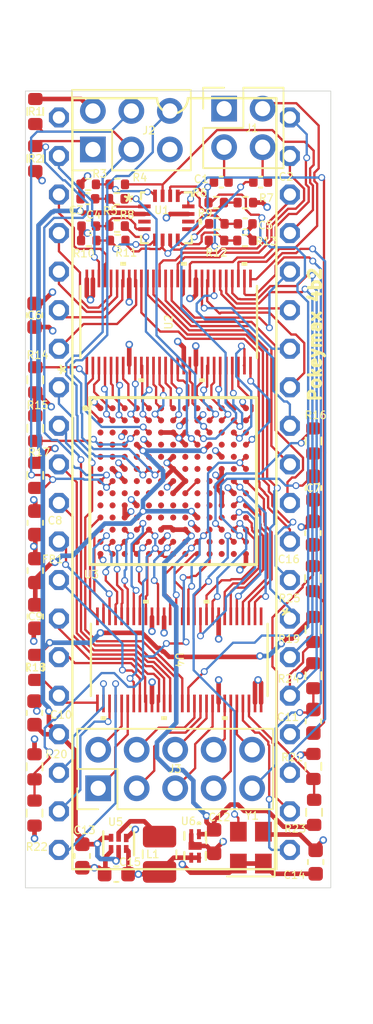
<source format=kicad_pcb>
(kicad_pcb
	(version 20241229)
	(generator "pcbnew")
	(generator_version "9.0")
	(general
		(thickness 1.6)
		(legacy_teardrops no)
	)
	(paper "A4")
	(layers
		(0 "F.Cu" signal)
		(4 "In1.Cu" signal)
		(6 "In2.Cu" signal)
		(2 "B.Cu" signal)
		(13 "F.Paste" user)
		(15 "B.Paste" user)
		(5 "F.SilkS" user "F.Silkscreen")
		(7 "B.SilkS" user "B.Silkscreen")
		(1 "F.Mask" user)
		(3 "B.Mask" user)
		(25 "Edge.Cuts" user)
		(27 "Margin" user)
		(31 "F.CrtYd" user "F.Courtyard")
		(29 "B.CrtYd" user "B.Courtyard")
		(35 "F.Fab" user)
		(33 "B.Fab" user)
	)
	(setup
		(stackup
			(layer "F.SilkS"
				(type "Top Silk Screen")
			)
			(layer "F.Paste"
				(type "Top Solder Paste")
			)
			(layer "F.Mask"
				(type "Top Solder Mask")
				(thickness 0.01)
			)
			(layer "F.Cu"
				(type "copper")
				(thickness 0.035)
			)
			(layer "dielectric 1"
				(type "prepreg")
				(thickness 0.1)
				(material "FR4")
				(epsilon_r 4.5)
				(loss_tangent 0.02)
			)
			(layer "In1.Cu"
				(type "copper")
				(thickness 0.035)
			)
			(layer "dielectric 2"
				(type "core")
				(thickness 1.24)
				(material "FR4")
				(epsilon_r 4.5)
				(loss_tangent 0.02)
			)
			(layer "In2.Cu"
				(type "copper")
				(thickness 0.035)
			)
			(layer "dielectric 3"
				(type "prepreg")
				(thickness 0.1)
				(material "FR4")
				(epsilon_r 4.5)
				(loss_tangent 0.02)
			)
			(layer "B.Cu"
				(type "copper")
				(thickness 0.035)
			)
			(layer "B.Mask"
				(type "Bottom Solder Mask")
				(thickness 0.01)
			)
			(layer "B.Paste"
				(type "Bottom Solder Paste")
			)
			(layer "B.SilkS"
				(type "Bottom Silk Screen")
			)
			(copper_finish "None")
			(dielectric_constraints no)
		)
		(pad_to_mask_clearance 0)
		(allow_soldermask_bridges_in_footprints no)
		(tenting front back)
		(pcbplotparams
			(layerselection 0x00000000_00000000_55555555_5755f5ff)
			(plot_on_all_layers_selection 0x00000000_00000000_00000000_00000000)
			(disableapertmacros no)
			(usegerberextensions no)
			(usegerberattributes yes)
			(usegerberadvancedattributes yes)
			(creategerberjobfile yes)
			(dashed_line_dash_ratio 12.000000)
			(dashed_line_gap_ratio 3.000000)
			(svgprecision 4)
			(plotframeref no)
			(mode 1)
			(useauxorigin no)
			(hpglpennumber 1)
			(hpglpenspeed 20)
			(hpglpendiameter 15.000000)
			(pdf_front_fp_property_popups yes)
			(pdf_back_fp_property_popups yes)
			(pdf_metadata yes)
			(pdf_single_document no)
			(dxfpolygonmode yes)
			(dxfimperialunits yes)
			(dxfusepcbnewfont yes)
			(psnegative no)
			(psa4output no)
			(plot_black_and_white yes)
			(sketchpadsonfab no)
			(plotpadnumbers no)
			(hidednponfab no)
			(sketchdnponfab yes)
			(crossoutdnponfab yes)
			(subtractmaskfromsilk yes)
			(outputformat 1)
			(mirror no)
			(drillshape 0)
			(scaleselection 1)
			(outputdirectory "")
		)
	)
	(net 0 "")
	(net 1 "/Audio output/AUDLOUT")
	(net 2 "Net-(U1-OUT2)")
	(net 3 "/Audio output/AUDROUT")
	(net 4 "Net-(U1-OUT3)")
	(net 5 "GND")
	(net 6 "Net-(U1-IN+)")
	(net 7 "Net-(U1-IN2+)")
	(net 8 "Net-(U1-IN3+)")
	(net 9 "/Level shifter/LOUT1.B22")
	(net 10 "/FPGA/TDI")
	(net 11 "+3.3V")
	(net 12 "/FPGA/TCK")
	(net 13 "/FPGA/TMS")
	(net 14 "Net-(U1-IN1-)")
	(net 15 "Net-(U1-IN2-)")
	(net 16 "Net-(U1-IN3-)")
	(net 17 "/Audio output/AUD_INT_OUT")
	(net 18 "Net-(C16-Pad2)")
	(net 19 "/Audio output/AUD_IN_AMP")
	(net 20 "/FPGA/OSC_CLOCK")
	(net 21 "+5V")
	(net 22 "+2V5")
	(net 23 "+3.3VA")
	(net 24 "/ADC/ADC_RX")
	(net 25 "/ADC/AUD_IN_BIAS")
	(net 26 "/ADC/AUD_IN")
	(net 27 "/Audio output/AUDINT")
	(net 28 "/Audio output/AUDL")
	(net 29 "Net-(U1-IN4-)")
	(net 30 "/FPGA/PTHRES")
	(net 31 "/ADC/ADC_TX")
	(net 32 "/FPGA/LIN1.A12")
	(net 33 "/FPGA/LIN1.A13")
	(net 34 "/FPGA/LIN2.A11")
	(net 35 "/FPGA/LIN2.A17")
	(net 36 "/FPGA/LIN2.A9")
	(net 37 "/FPGA/LIN1.A16")
	(net 38 "/FPGA/LIN2.A14")
	(net 39 "/FPGA/LIN2.A5")
	(net 40 "/FPGA/NC1")
	(net 41 "/FPGA/LIN1.A22")
	(net 42 "/FPGA/LIN1.A20")
	(net 43 "/FPGA/LIN2.A8")
	(net 44 "/FPGA/LIN1.A5")
	(net 45 "/FPGA/LIN2.A22")
	(net 46 "/FPGA/LIN1.A9")
	(net 47 "/FPGA/LIN1.A19")
	(net 48 "/FPGA/LIN2.A10")
	(net 49 "/FPGA/LIN2.A18")
	(net 50 "/FPGA/LIN1.A6")
	(net 51 "/FPGA/LIN1.A2")
	(net 52 "/FPGA/LIN1.A15")
	(net 53 "/FPGA/LIN1.A7")
	(net 54 "/FPGA/LIN1.A10")
	(net 55 "/FPGA/LIN1.A18")
	(net 56 "/FPGA/LIN1.A23")
	(net 57 "/FPGA/LIN2.A23")
	(net 58 "/FPGA/LIN1.A14")
	(net 59 "/FPGA/LIN1.A24")
	(net 60 "/FPGA/LIN1.A4")
	(net 61 "/FPGA/LIN1.A21")
	(net 62 "/FPGA/LIN1.A1")
	(net 63 "/FPGA/LIN2.A1")
	(net 64 "/FPGA/LIN2.A20")
	(net 65 "/FPGA/LIN2.A3")
	(net 66 "/FPGA/LIN2.A6")
	(net 67 "/FPGA/LIN2.A2")
	(net 68 "/FPGA/LIN2.A15")
	(net 69 "/FPGA/LIN2.A13")
	(net 70 "/FPGA/LIN2.A16")
	(net 71 "/FPGA/LIN2.A21")
	(net 72 "/FPGA/LIN2.A7")
	(net 73 "/FPGA/LIN2.A19")
	(net 74 "/FPGA/LIN1.A8")
	(net 75 "/FPGA/LIN2.A4")
	(net 76 "/FPGA/LIN2.A24")
	(net 77 "/FPGA/LIN1.A11")
	(net 78 "/FPGA/LIN1.A3")
	(net 79 "/FPGA/LIN1.A17")
	(net 80 "/FPGA/LIN2.A12")
	(net 81 "/Level shifter/LOUT1.B13")
	(net 82 "/Level shifter/LOUT1.B5")
	(net 83 "/Level shifter/LOUT1.B24")
	(net 84 "/Level shifter/LOUT1.B2")
	(net 85 "/Level shifter/LOUT1.B19")
	(net 86 "/Level shifter/LOUT1.B12")
	(net 87 "/Level shifter/LOUT1.B8")
	(net 88 "/Level shifter/LOUT1.B4")
	(net 89 "/Level shifter/LOUT1.B21")
	(net 90 "/Level shifter/LOUT1.B23")
	(net 91 "unconnected-(U2-NC-Pad1)")
	(net 92 "/Level shifter/LOUT1.B14")
	(net 93 "/Level shifter/LOUT1.B11")
	(net 94 "/Level shifter/LOUT1.B10")
	(net 95 "/Level shifter/LOUT1.B6")
	(net 96 "/Level shifter/LOUT1.B3")
	(net 97 "/Level shifter/LOUT1.B1")
	(net 98 "/Level shifter/LOUT1.B9")
	(net 99 "/Level shifter/LOUT1.B15")
	(net 100 "/Level shifter/LOUT1.B7")
	(net 101 "/Level shifter/LOUT1.B17")
	(net 102 "/Level shifter/LOUT1.B16")
	(net 103 "/Level shifter/LOUT1.B18")
	(net 104 "/Level shifter/LOUT1.B20")
	(net 105 "/Level shifter/LOUT2.B1")
	(net 106 "/Level shifter/LOUT2.B13")
	(net 107 "/Level shifter/LOUT2.B12")
	(net 108 "/Level shifter/LOUT2.B15")
	(net 109 "/Level shifter/LOUT2.B18")
	(net 110 "/Level shifter/LOUT2.B6")
	(net 111 "/Level shifter/LOUT2.B3")
	(net 112 "/Level shifter/LOUT2.B24")
	(net 113 "/Level shifter/LOUT2.B11")
	(net 114 "/Level shifter/LOUT2.B21")
	(net 115 "/Level shifter/LOUT2.B14")
	(net 116 "/Level shifter/LOUT2.B16")
	(net 117 "/Level shifter/LOUT2.B22")
	(net 118 "/Level shifter/LOUT2.B9")
	(net 119 "/Level shifter/LOUT2.B23")
	(net 120 "/Level shifter/LOUT2.B19")
	(net 121 "/Level shifter/LOUT2.B5")
	(net 122 "/Level shifter/LOUT2.B20")
	(net 123 "/Level shifter/LOUT2.B8")
	(net 124 "/Level shifter/LOUT2.B4")
	(net 125 "/Level shifter/LOUT2.B7")
	(net 126 "/Level shifter/LOUT2.B2")
	(net 127 "/Level shifter/LOUT2.B17")
	(net 128 "unconnected-(U1-NC-Pad3)")
	(net 129 "unconnected-(U1-NC-Pad10)")
	(net 130 "Net-(J2-Pin_6)")
	(net 131 "Net-(U5-SW)")
	(net 132 "Net-(U3-CONF_DONE)")
	(net 133 "Net-(U3-NSTATUS)")
	(net 134 "unconnected-(U3-BB$7-PadK5)")
	(net 135 "unconnected-(U3-IO_UNUSED-PadE1)")
	(net 136 "unconnected-(U3-IO_UNUSED-PadE1)_1")
	(net 137 "unconnected-(U3-NC-PadD3)")
	(net 138 "unconnected-(U3-CLK1-PadH4)")
	(net 139 "unconnected-(U3-B$5-PadN3)")
	(net 140 "unconnected-(U3-TB$11-PadC13)")
	(net 141 "unconnected-(U3-BB$14-PadK11)")
	(net 142 "unconnected-(U3-B$3-PadN2)")
	(net 143 "unconnected-(U3-IO_UNUSED-PadE1)_2")
	(net 144 "unconnected-(U3-BB$10-PadK7)")
	(net 145 "unconnected-(U3-NC-PadE2)")
	(net 146 "unconnected-(U3-TB$8-PadD11)")
	(net 147 "unconnected-(U3-IO_UNUSED-PadE1)_3")
	(net 148 "unconnected-(U3-IO_UNUSED-PadE1)_4")
	(net 149 "unconnected-(U3-IO_UNUSED-PadE1)_5")
	(net 150 "unconnected-(U3-IO_UNUSED-PadE1)_6")
	(net 151 "unconnected-(U3-TB$3-PadC2)")
	(net 152 "unconnected-(U3-IO_UNUSED-PadE1)_7")
	(net 153 "unconnected-(U3-IO_UNUSED-PadE1)_8")
	(net 154 "unconnected-(U3-CLK0-PadH6)")
	(net 155 "unconnected-(U3-TB$1-PadC1)")
	(net 156 "unconnected-(U3-BB$21-PadJ6)")
	(net 157 "unconnected-(U3-IO_UNUSED-PadE1)_9")
	(net 158 "unconnected-(U3-BB$22-PadJ7)")
	(net 159 "unconnected-(U3-B$22-PadN12)")
	(net 160 "unconnected-(U3-JTAG_EN-PadE5)")
	(net 161 "unconnected-(U3-IO_UNUSED-PadE1)_10")
	(net 162 "unconnected-(U3-IO_UNUSED-PadE1)_11")
	(net 163 "unconnected-(U3-TB$2-PadD1)")
	(net 164 "unconnected-(U3-BB$20-PadJ5)")
	(net 165 "unconnected-(U3-CRC_ERROR-PadD6)")
	(net 166 "unconnected-(U3-BB$12-PadK10)")
	(net 167 "unconnected-(U3-NC-PadD2)")
	(net 168 "unconnected-(U3-IO_UNUSED-PadE1)_12")
	(net 169 "unconnected-(U3-IO_UNUSED-PadE1)_13")
	(net 170 "unconnected-(U3-BB$11-PadK8)")
	(net 171 "unconnected-(U3-IO_UNUSED-PadE1)_14")
	(net 172 "unconnected-(U3-CONFIG_SEL-PadD7)")
	(net 173 "unconnected-(U3-IO_UNUSED-PadE1)_15")
	(net 174 "unconnected-(U3-IO_UNUSED-PadE1)_16")
	(net 175 "unconnected-(U3-IO_UNUSED-PadE1)_17")
	(net 176 "unconnected-(U3-IO_UNUSED-PadE1)_18")
	(net 177 "unconnected-(U3-IO_UNUSED-PadE1)_19")
	(net 178 "unconnected-(U3-IO_UNUSED-PadE1)_20")
	(net 179 "unconnected-(U3-B$20-PadN11)")
	(net 180 "unconnected-(U3-TB$7-PadC11)")
	(net 181 "unconnected-(U3-IO_UNUSED-PadE1)_21")
	(net 182 "unconnected-(U3-IO_UNUSED-PadE1)_22")
	(net 183 "unconnected-(U3-IO_UNUSED-PadE1)_23")
	(net 184 "Net-(U3-CLK2)")
	(net 185 "unconnected-(U3-BB$3-PadK2)")
	(net 186 "unconnected-(U3-IO_UNUSED-PadE1)_24")
	(net 187 "unconnected-(U3-TB$10-PadD12)")
	(net 188 "unconnected-(U3-BB$4-PadL2)")
	(net 189 "unconnected-(U3-IO_UNUSED-PadE1)_25")
	(net 190 "unconnected-(U3-BB$23-PadJ8)")
	(net 191 "unconnected-(U3-BB$9-PadK6)")
	(net 192 "unconnected-(U3-IO_UNUSED-PadE1)_26")
	(net 193 "unconnected-(U4-NC-Pad1)")
	(net 194 "/Audio output/AUDR")
	(footprint "Resistor_SMD:R_0402_1005Metric" (layer "F.Cu") (at 30.18 28.95))
	(footprint "Capacitor_SMD:C_0603_1608Metric" (layer "F.Cu") (at 36.55 61.725 -90))
	(footprint "Inductor_SMD:L_1008_2520Metric_Pad1.43x2.20mm_HandSolder" (layer "F.Cu") (at 26.4 70.4875 -90))
	(footprint "Capacitor_SMD:C_0402_1005Metric" (layer "F.Cu") (at 33.07 26.2))
	(footprint "Capacitor_SMD:C_0603_1608Metric" (layer "F.Cu") (at 21.3 70.6 -90))
	(footprint "Capacitor_SMD:C_0603_1608Metric" (layer "F.Cu") (at 23.55 71.8 180))
	(footprint "Connector_PinHeader_2.54mm:PinHeader_2x03_P2.54mm_Vertical" (layer "F.Cu") (at 22 24.05 90))
	(footprint "tsv854:QFN16_3X3_STM" (layer "F.Cu") (at 26.849999 28.5522))
	(footprint "Resistor_SMD:R_0402_1005Metric" (layer "F.Cu") (at 32.04 30.05))
	(footprint "Resistor_SMD:R_0603_1608Metric" (layer "F.Cu") (at 18.15 67.775 -90))
	(footprint "Resistor_SMD:R_0402_1005Metric" (layer "F.Cu") (at 23.58 27.3 180))
	(footprint "Connector_PinHeader_2.54mm:PinHeader_2x05_P2.54mm_Vertical" (layer "F.Cu") (at 22.35 66.14 90))
	(footprint "Resistor_SMD:R_0603_1608Metric" (layer "F.Cu") (at 36.525 52.325 90))
	(footprint "Resistor_SMD:R_0603_1608Metric" (layer "F.Cu") (at 36.6 67.725 90))
	(footprint "Resistor_SMD:R_0402_1005Metric" (layer "F.Cu") (at 21.73 30.05 180))
	(footprint "Oscillator:Oscillator_SMD_Abracon_ASE-4Pin_3.2x2.5mm" (layer "F.Cu") (at 32.425 70.05 90))
	(footprint "Inductor_SMD:L_0603_1608Metric" (layer "F.Cu") (at 18.2 51.8 -90))
	(footprint "Capacitor_SMD:C_0603_1608Metric" (layer "F.Cu") (at 18.15 34.975 90))
	(footprint "sn74cb3t16211:DGV56-L" (layer "F.Cu") (at 27.7 57.6806 -90))
	(footprint "Capacitor_SMD:C_0603_1608Metric" (layer "F.Cu") (at 36.55 46.357475 -90))
	(footprint "Resistor_SMD:R_0603_1608Metric" (layer "F.Cu") (at 36.55 58.725 90))
	(footprint "Resistor_SMD:R_0603_1608Metric" (layer "F.Cu") (at 18.2 21.55 -90))
	(footprint "Resistor_SMD:R_0603_1608Metric"
		(layer "F.Cu")
		(uuid "6a848f6f-3db0-4631-b1e6-3a0614132674")
		(at 18.2 24.65 90)
		(descr "Resistor SMD 0603 (1608 Metric), square (rectangular) end terminal, IPC-7351 nominal, (Body size source: IPC-SM-782 page 72, https://www.pcb-3d.com/wordpress/wp-content/uploads/ipc-sm-782a_amendment_1_and_2.pdf), generated with kicad-footprint-generator")
		(tags "resistor")
		(property "Reference" "R2"
			(at 0 0 0)
			(unlocked yes)
			(layer "F.SilkS")
			(uuid "11461845-e8ff-4c4d-be85-e7fa1e1fe944")
			(effects
				(font
					(size 0.5 0.5)
					(thickness 0.08)
				)
			)
		)
		(property "Value" "10k"
			(at 0 1.43 90)
			(layer "F.Fab")
			(uuid "930f48e4-453c-49aa-9012-61501b41f047")
			(effects
				(font
					(size 1 1)
					(thickness 0.15)
				)
			)
		)
		(property "Datasheet" ""
			(at 0 0 90)
			(unlocked yes)
			(layer "F.Fab")
			(hide yes)
			(uuid "12e85e66-12e2-4db4-a9f6-800d65b4efb2")
			(effects
				(font
					(size 1.27 1.27)
					(thickness 0.15)
				)
			)
		)
		(property "Description" "Resistor"
			(at 0 0 90)
			(unlocked yes)
			(layer "F.Fab")
			(hide yes)
			(uuid "01b96488-d3b0-4c10-926b-1deb852306ad")
			(effects
				(font
					(size 1.27 1.27)
					(thickness 0.15)
				)
			)
		)
		(property ki_fp_filters "R_*")
		(path "/ca19021e-142b-41f4-aacf-17c21d0aabf5/4709b24c-59b8-4b90-a84e-3da602cef6ce")
		(sheetname "/FPGA/")
		(sheetfile "fpga.kicad_sch")
		(attr smd)
		(fp_line
			(start -0.237258 -0.5225)
			(end 0.237258 -0.5225)
			(stroke
				(width 0.12)
				(type solid)
			)
			(layer "F.SilkS")
			(uuid "c9438df6-9e24-4f39-bc99-ca66491157df")
		)
		(fp_line
			(start -0.237258 0.5225)
			(end 0.237258 0.5225)
			(stroke
				(width 0.12)
				(type solid)
			)
			(layer "F.SilkS")
			(uuid "b6d5260c-1dda-43ad-9222-71414a03398b")
		)
		(fp_line
			(start 1.48 -0.73)
			(end 1.48 0.73)
			(stroke
				(width 0.05)
				(type solid)
			)
			(layer "F.CrtYd")
			(uuid "4be92c42-f570-4883-90ce-515f4f64cead")
		)
		(fp_line
			(start -1.48 -0.73)
			(end 1.48 -0.73)
			(stroke
				(width 0.05)
				(type solid)
			)
			(layer "F.CrtYd")
			(uuid "38eba948-2bd9-4689-9256-9a50434fb93c")
		)
		(fp_line
			(start 1.48 0.73)
			(end -1.48 0.73)
			(stroke
				(width 0.05)
				(type solid)
			)
			(layer "F.CrtYd")
			(uuid "ce483fa9-2a17-44fc-96fe-0a7188ea0b6e")
		)
		(fp_line
			(start -1.48 0.73)
			(end -1.48 -0.73)
			(stroke
				(width 0.05)
				(type solid)
			)
			(layer "F.CrtYd")
			(uuid "92131875-d45f-4687-b838-b0c3e08631d3")
		)
		(fp_line
			(start 0.8 -0.4125)
			(end 0.8 0.4125)
			(stroke
				(width 0.1)
				(type solid)
			)
			(layer "F.Fab")
			(uuid "91e82daf-3cb3-4034-94ff-2845fea70d83")
		)
		(fp_line
			(start -0.8 -0.4125)
			(end 0.8 -0.4125)
			(stroke
				(width 0.1)
				(type solid)
			)
			(layer "F.Fab")
			(uuid "7cc2e407-1473-4ae6-9c8c-4c13a57cf9fc")
		)
		(fp_line
			(start 0.8 0.4125)
			(end -0.8 0.4125)
			(stroke
				(width 0.1)
				(type solid)
			)
			(layer "F.Fab")
			(uuid "994efbb4-9f3a-4ad8-ab7b-57559bc307ab")
		)
		(fp_line
			(start -0.8 0.4125)
			(end -0.8 -0.4125)
			(stroke
				(width 0.1)
				(type solid)
			)
			(layer "F.Fab")
			(uuid "fa0be0e9-9aef-4f43-a2ff-e64cecb37109")
		)
		(fp_text user "${REFERENCE}"
			(at 0 0 90)
			(layer "F.Fab")
			(uuid "2703cd6d-f5ca-448f-b116-1dc776b6c4b5")
			(effects
				(font
					(size 0.4 0.4)
					(thickness 0.06)
				)
			)
		)
		(pad "1" smd roundrect
			(at -0.825 0 90)
			(size 0.8 0.95)
			(layers "F.Cu" "F.Mask" "F.Paste")
			(roundrect_rratio 0.25)
			(net 11 "+3.3V")
			(pintype "passive")
			(uuid "776f75ba-8384-4bd2-9c61-ec230ba26b24")
		)
		(pad "2" smd roundrect
			(at 0.825 0 90)
			(size 0.8 0.95)
			(layers "F.Cu" "F.
... [871445 chars truncated]
</source>
